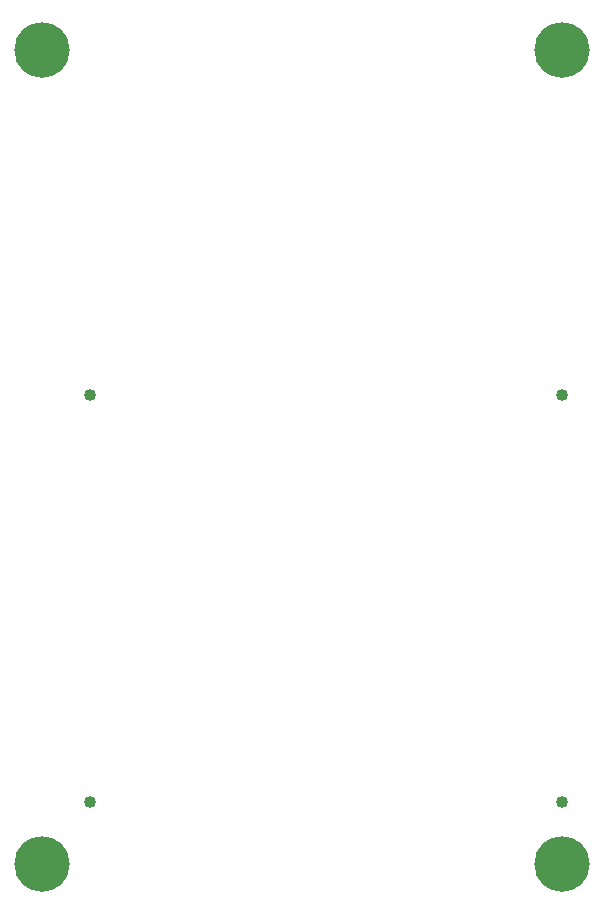
<source format=gbr>
%TF.GenerationSoftware,KiCad,Pcbnew,6.0.11-2627ca5db0~126~ubuntu22.04.1*%
%TF.CreationDate,2023-12-15T21:44:52-06:00*%
%TF.ProjectId,xem7310_carrier,78656d37-3331-4305-9f63-617272696572,rev?*%
%TF.SameCoordinates,Original*%
%TF.FileFunction,Soldermask,Bot*%
%TF.FilePolarity,Negative*%
%FSLAX46Y46*%
G04 Gerber Fmt 4.6, Leading zero omitted, Abs format (unit mm)*
G04 Created by KiCad (PCBNEW 6.0.11-2627ca5db0~126~ubuntu22.04.1) date 2023-12-15 21:44:52*
%MOMM*%
%LPD*%
G01*
G04 APERTURE LIST*
%ADD10C,4.700000*%
%ADD11C,1.016000*%
G04 APERTURE END LIST*
D10*
%TO.C,H2*%
X134200000Y-142300000D03*
%TD*%
%TO.C,H4*%
X178200000Y-142300000D03*
%TD*%
D11*
%TO.C,MC2*%
X138230000Y-102563400D03*
X138230000Y-137040000D03*
%TD*%
%TO.C,MC1*%
X178230000Y-102563400D03*
X178230000Y-137040000D03*
%TD*%
D10*
%TO.C,H1*%
X134200000Y-73300000D03*
%TD*%
%TO.C,H3*%
X178200000Y-73300000D03*
%TD*%
M02*

</source>
